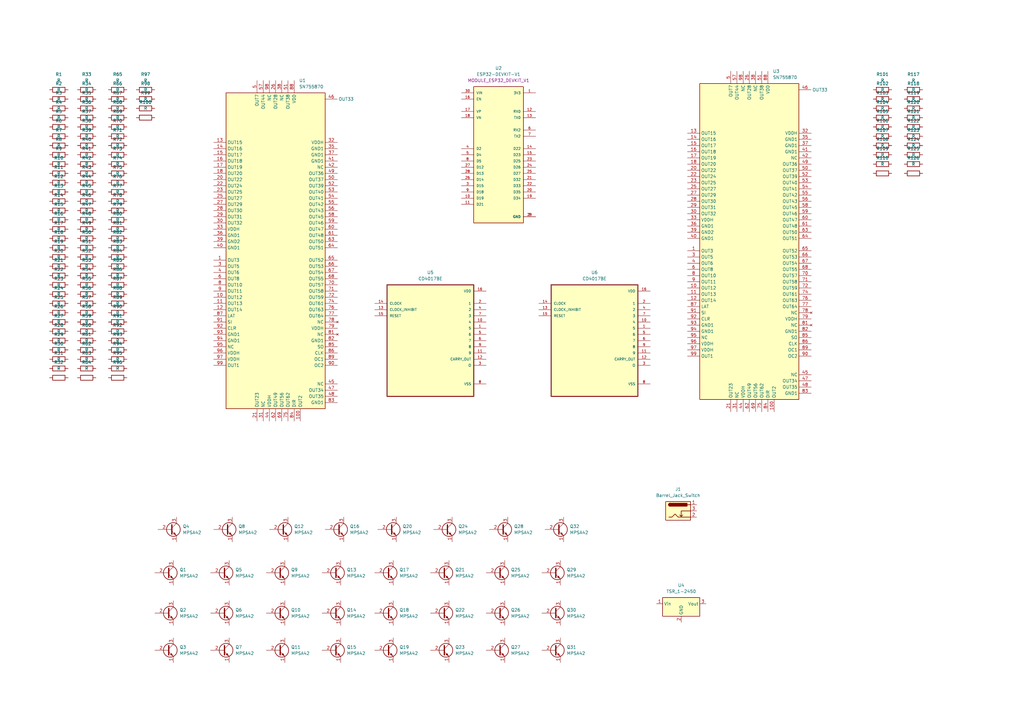
<source format=kicad_sch>
(kicad_sch (version 20211123) (generator eeschema)
  (paper "A3")
  (symbol (lib_id "Transistor_BJT:MPSA42") (at 227.33 266.7 0) (unit 1)
    (property "Reference" "Q31" (at 232.41 265.4299 0) (effects (justify left)))
    (property "Value" "MPSA42" (at 232.41 267.9699 0) (effects (justify left)))
    (property "Footprint" "Package_TO_SOT_THT:TO-92_Inline" (effects hide))
    (property "Datasheet" "http://www.onsemi.com/pub_link/Collateral/MPSA42-D.PDF" (effects hide))
  )
  (symbol (lib_id "Device:R") (at 35.56 105.41 90) (unit 1)
    (property "Reference" "R51" (at 35.56 99.06 90))
    (property "Value" "R" (at 35.56 101.6 90))
    (property "Footprint" "Resistor_SMD:R_0201_0603Metric_Pad0.64x0.40mm_HandSolder" (effects hide))
  )
  (symbol (lib_id "Device:R") (at 361.95 71.12 90) (unit 1)
    (property "Reference" "R110" (at 361.95 64.77 90))
    (property "Value" "R" (at 361.95 67.31 90))
    (property "Footprint" "Resistor_THT:R_Axial_DIN0207_L6.3mm_D2.5mm_P7.62mm_Horizontal" (effects hide))
  )
  (symbol (lib_id "Device:R") (at 48.26 63.5 90) (unit 1)
    (property "Reference" "R72" (at 48.26 57.15 90))
    (property "Value" "R" (at 48.26 59.69 90))
    (property "Footprint" "Resistor_SMD:R_0201_0603Metric_Pad0.64x0.40mm_HandSolder" (effects hide))
  )
  (symbol (lib_id "Device:R") (at 35.56 52.07 90) (unit 1)
    (property "Reference" "R37" (at 35.56 45.72 90))
    (property "Value" "R" (at 35.56 48.26 90))
    (property "Footprint" "Resistor_SMD:R_0201_0603Metric_Pad0.64x0.40mm_HandSolder" (effects hide))
  )
  (symbol (lib_id "Transistor_BJT:MPSA42") (at 137.16 266.7 0) (unit 1)
    (property "Reference" "Q15" (at 142.24 265.4299 0) (effects (justify left)))
    (property "Value" "MPSA42" (at 142.24 267.9699 0) (effects (justify left)))
    (property "Footprint" "Package_TO_SOT_THT:TO-92_Inline" (effects hide))
    (property "Datasheet" "http://www.onsemi.com/pub_link/Collateral/MPSA42-D.PDF" (effects hide))
  )
  (symbol (lib_id "Device:R") (at 35.56 93.98 90) (unit 1)
    (property "Reference" "R48" (at 35.56 87.63 90))
    (property "Value" "R" (at 35.56 90.17 90))
    (property "Footprint" "Resistor_SMD:R_0201_0603Metric_Pad0.64x0.40mm_HandSolder" (effects hide))
  )
  (symbol (lib_id "Device:R") (at 24.13 116.84 90) (unit 1)
    (property "Reference" "R22" (at 24.13 110.49 90))
    (property "Value" "R" (at 24.13 113.03 90))
    (property "Footprint" "Resistor_SMD:R_0201_0603Metric_Pad0.64x0.40mm_HandSolder" (effects hide))
  )
  (symbol (lib_id "Device:R") (at 48.26 59.69 90) (unit 1)
    (property "Reference" "R71" (at 48.26 53.34 90))
    (property "Value" "R" (at 48.26 55.88 90))
    (property "Footprint" "Resistor_SMD:R_0201_0603Metric_Pad0.64x0.40mm_HandSolder" (effects hide))
  )
  (symbol (lib_id "Device:R") (at 374.65 55.88 90) (unit 1)
    (property "Reference" "R122" (at 374.65 49.53 90))
    (property "Value" "R" (at 374.65 52.07 90))
    (property "Footprint" "Resistor_THT:R_Axial_DIN0207_L6.3mm_D2.5mm_P7.62mm_Horizontal" (effects hide))
  )
  (symbol (lib_id "Device:R") (at 48.26 128.27 90) (unit 1)
    (property "Reference" "R89" (at 48.26 121.92 90))
    (property "Value" "R" (at 48.26 124.46 90))
    (property "Footprint" "Resistor_SMD:R_0201_0603Metric_Pad0.64x0.40mm_HandSolder" (effects hide))
  )
  (symbol (lib_id "Device:R") (at 35.56 135.89 90) (unit 1)
    (property "Reference" "R59" (at 35.56 129.54 90))
    (property "Value" "R" (at 35.56 132.08 90))
    (property "Footprint" "Resistor_SMD:R_0201_0603Metric_Pad0.64x0.40mm_HandSolder" (effects hide))
  )
  (symbol (lib_id "Device:R") (at 361.95 63.5 90) (unit 1)
    (property "Reference" "R108" (at 361.95 57.15 90))
    (property "Value" "R" (at 361.95 59.69 90))
    (property "Footprint" "Resistor_THT:R_Axial_DIN0207_L6.3mm_D2.5mm_P7.62mm_Horizontal" (effects hide))
  )
  (symbol (lib_id "Transistor_BJT:MPSA42") (at 204.47 251.46 0) (unit 1)
    (property "Reference" "Q26" (at 209.55 250.1899 0) (effects (justify left)))
    (property "Value" "MPSA42" (at 209.55 252.7299 0) (effects (justify left)))
    (property "Footprint" "Package_TO_SOT_THT:TO-92_Inline" (effects hide))
    (property "Datasheet" "http://www.onsemi.com/pub_link/Collateral/MPSA42-D.PDF" (effects hide))
  )
  (symbol (lib_id "Device:R") (at 24.13 97.79 90) (unit 1)
    (property "Reference" "R17" (at 24.13 91.44 90))
    (property "Value" "R" (at 24.13 93.98 90))
    (property "Footprint" "Resistor_SMD:R_0201_0603Metric_Pad0.64x0.40mm_HandSolder" (effects hide))
  )
  (symbol (lib_id "Device:R") (at 35.56 97.79 90) (unit 1)
    (property "Reference" "R49" (at 35.56 91.44 90))
    (property "Value" "R" (at 35.56 93.98 90))
    (property "Footprint" "Resistor_SMD:R_0201_0603Metric_Pad0.64x0.40mm_HandSolder" (effects hide))
  )
  (symbol (lib_id "Device:R") (at 24.13 90.17 90) (unit 1)
    (property "Reference" "R15" (at 24.13 83.82 90))
    (property "Value" "R" (at 24.13 86.36 90))
    (property "Footprint" "Resistor_SMD:R_0201_0603Metric_Pad0.64x0.40mm_HandSolder" (effects hide))
  )
  (symbol (lib_id "Transistor_BJT:MPSA42") (at 227.33 251.46 0) (unit 1)
    (property "Reference" "Q30" (at 232.41 250.1899 0) (effects (justify left)))
    (property "Value" "MPSA42" (at 232.41 252.7299 0) (effects (justify left)))
    (property "Footprint" "Package_TO_SOT_THT:TO-92_Inline" (effects hide))
    (property "Datasheet" "http://www.onsemi.com/pub_link/Collateral/MPSA42-D.PDF" (effects hide))
  )
  (symbol (lib_id "Device:R") (at 374.65 52.07 90) (unit 1)
    (property "Reference" "R121" (at 374.65 45.72 90))
    (property "Value" "R" (at 374.65 48.26 90))
    (property "Footprint" "Resistor_THT:R_Axial_DIN0207_L6.3mm_D2.5mm_P7.62mm_Horizontal" (effects hide))
  )
  (symbol (lib_id "Device:R") (at 35.56 113.03 90) (unit 1)
    (property "Reference" "R53" (at 35.56 106.68 90))
    (property "Value" "R" (at 35.56 109.22 90))
    (property "Footprint" "Resistor_SMD:R_0201_0603Metric_Pad0.64x0.40mm_HandSolder" (effects hide))
  )
  (symbol (lib_id "CD4017BE:CD4017BE") (at 176.53 139.7 0) (unit 1)
    (property "Reference" "U5" (at 176.53 111.76 0))
    (property "Value" "CD4017BE" (at 176.53 114.3 0))
    (property "Footprint" "DIP794W45P254L1969H508Q16" (effects hide))
  )
  (symbol (lib_id "Transistor_BJT:MPSA42") (at 137.16 234.95 0) (unit 1)
    (property "Reference" "Q13" (at 142.24 233.6799 0) (effects (justify left)))
    (property "Value" "MPSA42" (at 142.24 236.2199 0) (effects (justify left)))
    (property "Footprint" "Package_TO_SOT_THT:TO-92_Inline" (effects hide))
    (property "Datasheet" "http://www.onsemi.com/pub_link/Collateral/MPSA42-D.PDF" (effects hide))
  )
  (symbol (lib_id "Transistor_BJT:MPSA42") (at 182.88 217.17 0) (unit 1)
    (property "Reference" "Q24" (at 187.96 215.8999 0) (effects (justify left)))
    (property "Value" "MPSA42" (at 187.96 218.4399 0) (effects (justify left)))
    (property "Footprint" "Package_TO_SOT_THT:TO-92_Inline" (effects hide))
    (property "Datasheet" "http://www.onsemi.com/pub_link/Collateral/MPSA42-D.PDF" (effects hide))
  )
  (symbol (lib_id "Device:R") (at 24.13 135.89 90) (unit 1)
    (property "Reference" "R27" (at 24.13 129.54 90))
    (property "Value" "R" (at 24.13 132.08 90))
    (property "Footprint" "Resistor_SMD:R_0201_0603Metric_Pad0.64x0.40mm_HandSolder" (effects hide))
  )
  (symbol (lib_id "Device:R") (at 59.69 44.45 90) (unit 1)
    (property "Reference" "R99" (at 59.69 38.1 90))
    (property "Value" "R" (at 59.69 40.64 90))
    (property "Footprint" "Resistor_SMD:R_0201_0603Metric_Pad0.64x0.40mm_HandSolder" (effects hide))
  )
  (symbol (lib_id "Device:R") (at 35.56 154.94 90) (unit 1)
    (property "Reference" "R64" (at 35.56 148.59 90))
    (property "Value" "R" (at 35.56 151.13 90))
    (property "Footprint" "Resistor_SMD:R_0201_0603Metric_Pad0.64x0.40mm_HandSolder" (effects hide))
  )
  (symbol (lib_id "Device:R") (at 35.56 67.31 90) (unit 1)
    (property "Reference" "R41" (at 35.56 60.96 90))
    (property "Value" "R" (at 35.56 63.5 90))
    (property "Footprint" "Resistor_SMD:R_0201_0603Metric_Pad0.64x0.40mm_HandSolder" (effects hide))
  )
  (symbol (lib_id "Device:R") (at 24.13 59.69 90) (unit 1)
    (property "Reference" "R7" (at 24.13 53.34 90))
    (property "Value" "R" (at 24.13 55.88 90))
    (property "Footprint" "Resistor_SMD:R_0201_0603Metric_Pad0.64x0.40mm_HandSolder" (effects hide))
  )
  (symbol (lib_id "Transistor_BJT:MPSA42") (at 158.75 251.46 0) (unit 1)
    (property "Reference" "Q18" (at 163.83 250.1899 0) (effects (justify left)))
    (property "Value" "MPSA42" (at 163.83 252.7299 0) (effects (justify left)))
    (property "Footprint" "Package_TO_SOT_THT:TO-92_Inline" (effects hide))
    (property "Datasheet" "http://www.onsemi.com/pub_link/Collateral/MPSA42-D.PDF" (effects hide))
  )
  (symbol (lib_id "Device:R") (at 35.56 128.27 90) (unit 1)
    (property "Reference" "R57" (at 35.56 121.92 90))
    (property "Value" "R" (at 35.56 124.46 90))
    (property "Footprint" "Resistor_SMD:R_0201_0603Metric_Pad0.64x0.40mm_HandSolder" (effects hide))
  )
  (symbol (lib_id "Device:R") (at 48.26 154.94 90) (unit 1)
    (property "Reference" "R96" (at 48.26 148.59 90))
    (property "Value" "R" (at 48.26 151.13 90))
    (property "Footprint" "Resistor_SMD:R_0201_0603Metric_Pad0.64x0.40mm_HandSolder" (effects hide))
  )
  (symbol (lib_id "Device:R") (at 24.13 124.46 90) (unit 1)
    (property "Reference" "R24" (at 24.13 118.11 90))
    (property "Value" "R" (at 24.13 120.65 90))
    (property "Footprint" "Resistor_SMD:R_0201_0603Metric_Pad0.64x0.40mm_HandSolder" (effects hide))
  )
  (symbol (lib_id "Transistor_BJT:MPSA42") (at 114.3 234.95 0) (unit 1)
    (property "Reference" "Q9" (at 119.38 233.6799 0) (effects (justify left)))
    (property "Value" "MPSA42" (at 119.38 236.2199 0) (effects (justify left)))
    (property "Footprint" "Package_TO_SOT_THT:TO-92_Inline" (effects hide))
    (property "Datasheet" "http://www.onsemi.com/pub_link/Collateral/MPSA42-D.PDF" (effects hide))
  )
  (symbol (lib_id "Device:R") (at 48.26 40.64 90) (unit 1)
    (property "Reference" "R66" (at 48.26 34.29 90))
    (property "Value" "R" (at 48.26 36.83 90))
    (property "Footprint" "Resistor_SMD:R_0201_0603Metric_Pad0.64x0.40mm_HandSolder" (effects hide))
  )
  (symbol (lib_id "Device:R") (at 35.56 44.45 90) (unit 1)
    (property "Reference" "R35" (at 35.56 38.1 90))
    (property "Value" "R" (at 35.56 40.64 90))
    (property "Footprint" "Resistor_SMD:R_0201_0603Metric_Pad0.64x0.40mm_HandSolder" (effects hide))
  )
  (symbol (lib_id "Transistor_BJT:MPSA42") (at 91.44 266.7 0) (unit 1)
    (property "Reference" "Q7" (at 96.52 265.4299 0) (effects (justify left)))
    (property "Value" "MPSA42" (at 96.52 267.9699 0) (effects (justify left)))
    (property "Footprint" "Package_TO_SOT_THT:TO-92_Inline" (effects hide))
    (property "Datasheet" "http://www.onsemi.com/pub_link/Collateral/MPSA42-D.PDF" (effects hide))
  )
  (symbol (lib_id "Device:R") (at 48.26 135.89 90) (unit 1)
    (property "Reference" "R91" (at 48.26 129.54 90))
    (property "Value" "R" (at 48.26 132.08 90))
    (property "Footprint" "Resistor_SMD:R_0201_0603Metric_Pad0.64x0.40mm_HandSolder" (effects hide))
  )
  (symbol (lib_id "Transistor_BJT:MPSA42") (at 158.75 234.95 0) (unit 1)
    (property "Reference" "Q17" (at 163.83 233.6799 0) (effects (justify left)))
    (property "Value" "MPSA42" (at 163.83 236.2199 0) (effects (justify left)))
    (property "Footprint" "Package_TO_SOT_THT:TO-92_Inline" (effects hide))
    (property "Datasheet" "http://www.onsemi.com/pub_link/Collateral/MPSA42-D.PDF" (effects hide))
  )
  (symbol (lib_id "Transistor_BJT:MPSA42") (at 158.75 266.7 0) (unit 1)
    (property "Reference" "Q19" (at 163.83 265.4299 0) (effects (justify left)))
    (property "Value" "MPSA42" (at 163.83 267.9699 0) (effects (justify left)))
    (property "Footprint" "Package_TO_SOT_THT:TO-92_Inline" (effects hide))
    (property "Datasheet" "http://www.onsemi.com/pub_link/Collateral/MPSA42-D.PDF" (effects hide))
  )
  (symbol (lib_id "Device:R") (at 374.65 67.31 90) (unit 1)
    (property "Reference" "R125" (at 374.65 60.96 90))
    (property "Value" "R" (at 374.65 63.5 90))
    (property "Footprint" "Resistor_THT:R_Axial_DIN0207_L6.3mm_D2.5mm_P7.62mm_Horizontal" (effects hide))
  )
  (symbol (lib_id "Device:R") (at 24.13 78.74 90) (unit 1)
    (property "Reference" "R12" (at 24.13 72.39 90))
    (property "Value" "R" (at 24.13 74.93 90))
    (property "Footprint" "Resistor_SMD:R_0201_0603Metric_Pad0.64x0.40mm_HandSolder" (effects hide))
  )
  (symbol (lib_id "Device:R") (at 24.13 63.5 90) (unit 1)
    (property "Reference" "R8" (at 24.13 57.15 90))
    (property "Value" "R" (at 24.13 59.69 90))
    (property "Footprint" "Resistor_SMD:R_0201_0603Metric_Pad0.64x0.40mm_HandSolder" (effects hide))
  )
  (symbol (lib_id "Transistor_BJT:MPSA42") (at 114.3 266.7 0) (unit 1)
    (property "Reference" "Q11" (at 119.38 265.4299 0) (effects (justify left)))
    (property "Value" "MPSA42" (at 119.38 267.9699 0) (effects (justify left)))
    (property "Footprint" "Package_TO_SOT_THT:TO-92_Inline" (effects hide))
    (property "Datasheet" "http://www.onsemi.com/pub_link/Collateral/MPSA42-D.PDF" (effects hide))
  )
  (symbol (lib_id "Device:R") (at 24.13 151.13 90) (unit 1)
    (property "Reference" "R31" (at 24.13 144.78 90))
    (property "Value" "R" (at 24.13 147.32 90))
    (property "Footprint" "Resistor_SMD:R_0201_0603Metric_Pad0.64x0.40mm_HandSolder" (effects hide))
  )
  (symbol (lib_id "Device:R") (at 24.13 40.64 90) (unit 1)
    (property "Reference" "R2" (at 24.13 34.29 90))
    (property "Value" "R" (at 24.13 36.83 90))
    (property "Footprint" "Resistor_SMD:R_0201_0603Metric_Pad0.64x0.40mm_HandSolder" (effects hide))
  )
  (symbol (lib_id "Device:R") (at 35.56 40.64 90) (unit 1)
    (property "Reference" "R34" (at 35.56 34.29 90))
    (property "Value" "R" (at 35.56 36.83 90))
    (property "Footprint" "Resistor_SMD:R_0201_0603Metric_Pad0.64x0.40mm_HandSolder" (effects hide))
  )
  (symbol (lib_id "Transistor_BJT:MPSA42") (at 92.71 217.17 0) (unit 1)
    (property "Reference" "Q8" (at 97.79 215.8999 0) (effects (justify left)))
    (property "Value" "MPSA42" (at 97.79 218.4399 0) (effects (justify left)))
    (property "Footprint" "Package_TO_SOT_THT:TO-92_Inline" (effects hide))
    (property "Datasheet" "http://www.onsemi.com/pub_link/Collateral/MPSA42-D.PDF" (effects hide))
  )
  (symbol (lib_id "Transistor_BJT:MPSA42") (at 227.33 234.95 0) (unit 1)
    (property "Reference" "Q29" (at 232.41 233.6799 0) (effects (justify left)))
    (property "Value" "MPSA42" (at 232.41 236.2199 0) (effects (justify left)))
    (property "Footprint" "Package_TO_SOT_THT:TO-92_Inline" (effects hide))
    (property "Datasheet" "http://www.onsemi.com/pub_link/Collateral/MPSA42-D.PDF" (effects hide))
  )
  (symbol (lib_id "Device:R") (at 35.56 151.13 90) (unit 1)
    (property "Reference" "R63" (at 35.56 144.78 90))
    (property "Value" "R" (at 35.56 147.32 90))
    (property "Footprint" "Resistor_SMD:R_0201_0603Metric_Pad0.64x0.40mm_HandSolder" (effects hide))
  )
  (symbol (lib_id "Device:R") (at 24.13 113.03 90) (unit 1)
    (property "Reference" "R21" (at 24.13 106.68 90))
    (property "Value" "R" (at 24.13 109.22 90))
    (property "Footprint" "Resistor_SMD:R_0201_0603Metric_Pad0.64x0.40mm_HandSolder" (effects hide))
  )
  (symbol (lib_id "Device:R") (at 48.26 90.17 90) (unit 1)
    (property "Reference" "R79" (at 48.26 83.82 90))
    (property "Value" "R" (at 48.26 86.36 90))
    (property "Footprint" "Resistor_SMD:R_0201_0603Metric_Pad0.64x0.40mm_HandSolder" (effects hide))
  )
  (symbol (lib_id "Device:R") (at 48.26 124.46 90) (unit 1)
    (property "Reference" "R88" (at 48.26 118.11 90))
    (property "Value" "R" (at 48.26 120.65 90))
    (property "Footprint" "Resistor_SMD:R_0201_0603Metric_Pad0.64x0.40mm_HandSolder" (effects hide))
  )
  (symbol (lib_id "Device:R") (at 24.13 86.36 90) (unit 1)
    (property "Reference" "R14" (at 24.13 80.01 90))
    (property "Value" "R" (at 24.13 82.55 90))
    (property "Footprint" "Resistor_SMD:R_0201_0603Metric_Pad0.64x0.40mm_HandSolder" (effects hide))
  )
  (symbol (lib_id "Device:R") (at 35.56 36.83 90) (unit 1)
    (property "Reference" "R33" (at 35.56 30.48 90))
    (property "Value" "R" (at 35.56 33.02 90))
    (property "Footprint" "Resistor_SMD:R_0201_0603Metric_Pad0.64x0.40mm_HandSolder" (effects hide))
  )
  (symbol (lib_id "Device:R") (at 24.13 139.7 90) (unit 1)
    (property "Reference" "R28" (at 24.13 133.35 90))
    (property "Value" "R" (at 24.13 135.89 90))
    (property "Footprint" "Resistor_SMD:R_0201_0603Metric_Pad0.64x0.40mm_HandSolder" (effects hide))
  )
  (symbol (lib_id "Transistor_BJT:MPSA42") (at 115.57 217.17 0) (unit 1)
    (property "Reference" "Q12" (at 120.65 215.8999 0) (effects (justify left)))
    (property "Value" "MPSA42" (at 120.65 218.4399 0) (effects (justify left)))
    (property "Footprint" "Package_TO_SOT_THT:TO-92_Inline" (effects hide))
    (property "Datasheet" "http://www.onsemi.com/pub_link/Collateral/MPSA42-D.PDF" (effects hide))
  )
  (symbol (lib_id "Device:R") (at 361.95 44.45 90) (unit 1)
    (property "Reference" "R103" (at 361.95 38.1 90))
    (property "Value" "R" (at 361.95 40.64 90))
    (property "Footprint" "Resistor_THT:R_Axial_DIN0207_L6.3mm_D2.5mm_P7.62mm_Horizontal" (effects hide))
  )
  (symbol (lib_id "Device:R") (at 35.56 59.69 90) (unit 1)
    (property "Reference" "R39" (at 35.56 53.34 90))
    (property "Value" "R" (at 35.56 55.88 90))
    (property "Footprint" "Resistor_SMD:R_0201_0603Metric_Pad0.64x0.40mm_HandSolder" (effects hide))
  )
  (symbol (lib_id "Device:R") (at 35.56 124.46 90) (unit 1)
    (property "Reference" "R56" (at 35.56 118.11 90))
    (property "Value" "R" (at 35.56 120.65 90))
    (property "Footprint" "Resistor_SMD:R_0201_0603Metric_Pad0.64x0.40mm_HandSolder" (effects hide))
  )
  (symbol (lib_id "Device:R") (at 35.56 120.65 90) (unit 1)
    (property "Reference" "R55" (at 35.56 114.3 90))
    (property "Value" "R" (at 35.56 116.84 90))
    (property "Footprint" "Resistor_SMD:R_0201_0603Metric_Pad0.64x0.40mm_HandSolder" (effects hide))
  )
  (symbol (lib_id "Device:R") (at 35.56 116.84 90) (unit 1)
    (property "Reference" "R54" (at 35.56 110.49 90))
    (property "Value" "R" (at 35.56 113.03 90))
    (property "Footprint" "Resistor_SMD:R_0201_0603Metric_Pad0.64x0.40mm_HandSolder" (effects hide))
  )
  (symbol (lib_id "Device:R") (at 35.56 143.51 90) (unit 1)
    (property "Reference" "R61" (at 35.56 137.16 90))
    (property "Value" "R" (at 35.56 139.7 90))
    (property "Footprint" "Resistor_SMD:R_0201_0603Metric_Pad0.64x0.40mm_HandSolder" (effects hide))
  )
  (symbol (lib_id "Device:R") (at 374.65 48.26 90) (unit 1)
    (property "Reference" "R120" (at 374.65 41.91 90))
    (property "Value" "R" (at 374.65 44.45 90))
    (property "Footprint" "Resistor_THT:R_Axial_DIN0207_L6.3mm_D2.5mm_P7.62mm_Horizontal" (effects hide))
  )
  (symbol (lib_id "Device:R") (at 24.13 143.51 90) (unit 1)
    (property "Reference" "R29" (at 24.13 137.16 90))
    (property "Value" "R" (at 24.13 139.7 90))
    (property "Footprint" "Resistor_SMD:R_0201_0603Metric_Pad0.64x0.40mm_HandSolder" (effects hide))
  )
  (symbol (lib_id "Device:R") (at 24.13 44.45 90) (unit 1)
    (property "Reference" "R3" (at 24.13 38.1 90))
    (property "Value" "R" (at 24.13 40.64 90))
    (property "Footprint" "Resistor_SMD:R_0201_0603Metric_Pad0.64x0.40mm_HandSolder" (effects hide))
  )
  (symbol (lib_id "Device:R") (at 24.13 101.6 90) (unit 1)
    (property "Reference" "R18" (at 24.13 95.25 90))
    (property "Value" "R" (at 24.13 97.79 90))
    (property "Footprint" "Resistor_SMD:R_0201_0603Metric_Pad0.64x0.40mm_HandSolder" (effects hide))
  )
  (symbol (lib_id "Device:R") (at 48.26 71.12 90) (unit 1)
    (property "Reference" "R74" (at 48.26 64.77 90))
    (property "Value" "R" (at 48.26 67.31 90))
    (property "Footprint" "Resistor_SMD:R_0201_0603Metric_Pad0.64x0.40mm_HandSolder" (effects hide))
  )
  (symbol (lib_id "Connector:Barrel_Jack_Switch") (at 278.13 209.55 0) (unit 1)
    (property "Reference" "J1" (at 278.13 200.66 0))
    (property "Value" "Barrel_Jack_Switch" (at 278.13 203.2 0))
    (property "Footprint" "Connector_BarrelJack:BarrelJack_Horizontal" (effects hide))
  )
  (symbol (lib_id "Device:R") (at 374.65 44.45 90) (unit 1)
    (property "Reference" "R119" (at 374.65 38.1 90))
    (property "Value" "R" (at 374.65 40.64 90))
    (property "Footprint" "Resistor_THT:R_Axial_DIN0207_L6.3mm_D2.5mm_P7.62mm_Horizontal" (effects hide))
  )
  (symbol (lib_id "Device:R") (at 48.26 97.79 90) (unit 1)
    (property "Reference" "R81" (at 48.26 91.44 90))
    (property "Value" "R" (at 48.26 93.98 90))
    (property "Footprint" "Resistor_SMD:R_0201_0603Metric_Pad0.64x0.40mm_HandSolder" (effects hide))
  )
  (symbol (lib_id "Device:R") (at 48.26 147.32 90) (unit 1)
    (property "Reference" "R94" (at 48.26 140.97 90))
    (property "Value" "R" (at 48.26 143.51 90))
    (property "Footprint" "Resistor_SMD:R_0201_0603Metric_Pad0.64x0.40mm_HandSolder" (effects hide))
  )
  (symbol (lib_id "Device:R") (at 59.69 36.83 90) (unit 1)
    (property "Reference" "R97" (at 59.69 30.48 90))
    (property "Value" "R" (at 59.69 33.02 90))
    (property "Footprint" "Resistor_SMD:R_0201_0603Metric_Pad0.64x0.40mm_HandSolder" (effects hide))
  )
  (symbol (lib_id "Transistor_BJT:MPSA42") (at 137.16 251.46 0) (unit 1)
    (property "Reference" "Q14" (at 142.24 250.1899 0) (effects (justify left)))
    (property "Value" "MPSA42" (at 142.24 252.7299 0) (effects (justify left)))
    (property "Footprint" "Package_TO_SOT_THT:TO-92_Inline" (effects hide))
    (property "Datasheet" "http://www.onsemi.com/pub_link/Collateral/MPSA42-D.PDF" (effects hide))
  )
  (symbol (lib_id "Transistor_BJT:MPSA42") (at 68.58 251.46 0) (unit 1)
    (property "Reference" "Q2" (at 73.66 250.1899 0) (effects (justify left)))
    (property "Value" "MPSA42" (at 73.66 252.7299 0) (effects (justify left)))
    (property "Footprint" "Package_TO_SOT_THT:TO-92_Inline" (effects hide))
    (property "Datasheet" "http://www.onsemi.com/pub_link/Collateral/MPSA42-D.PDF" (effects hide))
  )
  (symbol (lib_id "Device:R") (at 48.26 101.6 90) (unit 1)
    (property "Reference" "R82" (at 48.26 95.25 90))
    (property "Value" "R" (at 48.26 97.79 90))
    (property "Footprint" "Resistor_SMD:R_0201_0603Metric_Pad0.64x0.40mm_HandSolder" (effects hide))
  )
  (symbol (lib_id "Device:R") (at 24.13 71.12 90) (unit 1)
    (property "Reference" "R10" (at 24.13 64.77 90))
    (property "Value" "R" (at 24.13 67.31 90))
    (property "Footprint" "Resistor_SMD:R_0201_0603Metric_Pad0.64x0.40mm_HandSolder" (effects hide))
  )
  (symbol (lib_id "Device:R") (at 35.56 132.08 90) (unit 1)
    (property "Reference" "R58" (at 35.56 125.73 90))
    (property "Value" "R" (at 35.56 128.27 90))
    (property "Footprint" "Resistor_SMD:R_0201_0603Metric_Pad0.64x0.40mm_HandSolder" (effects hide))
  )
  (symbol (lib_id "Transistor_BJT:MPSA42") (at 68.58 234.95 0) (unit 1)
    (property "Reference" "Q1" (at 73.66 233.6799 0) (effects (justify left)))
    (property "Value" "MPSA42" (at 73.66 236.2199 0) (effects (justify left)))
    (property "Footprint" "Package_TO_SOT_THT:TO-92_Inline" (effects hide))
    (property "Datasheet" "http://www.onsemi.com/pub_link/Collateral/MPSA42-D.PDF" (effects hide))
  )
  (symbol (lib_id "Device:R") (at 24.13 82.55 90) (unit 1)
    (property "Reference" "R13" (at 24.13 76.2 90))
    (property "Value" "R" (at 24.13 78.74 90))
    (property "Footprint" "Resistor_SMD:R_0201_0603Metric_Pad0.64x0.40mm_HandSolder" (effects hide))
  )
  (symbol (lib_id "Device:R") (at 35.56 86.36 90) (unit 1)
    (property "Reference" "R46" (at 35.56 80.01 90))
    (property "Value" "R" (at 35.56 82.55 90))
    (property "Footprint" "Resistor_SMD:R_0201_0603Metric_Pad0.64x0.40mm_HandSolder" (effects hide))
  )
  (symbol (lib_id "Device:R") (at 24.13 48.26 90) (unit 1)
    (property "Reference" "R4" (at 24.13 41.91 90))
    (property "Value" "R" (at 24.13 44.45 90))
    (property "Footprint" "Resistor_SMD:R_0201_0603Metric_Pad0.64x0.40mm_HandSolder" (effects hide))
  )
  (symbol (lib_id "Device:R") (at 24.13 67.31 90) (unit 1)
    (property "Reference" "R9" (at 24.13 60.96 90))
    (property "Value" "R" (at 24.13 63.5 90))
    (property "Footprint" "Resistor_SMD:R_0201_0603Metric_Pad0.64x0.40mm_HandSolder" (effects hide))
  )
  (symbol (lib_id "Transistor_BJT:MPSA42") (at 181.61 234.95 0) (unit 1)
    (property "Reference" "Q21" (at 186.69 233.6799 0) (effects (justify left)))
    (property "Value" "MPSA42" (at 186.69 236.2199 0) (effects (justify left)))
    (property "Footprint" "Package_TO_SOT_THT:TO-92_Inline" (effects hide))
    (property "Datasheet" "http://www.onsemi.com/pub_link/Collateral/MPSA42-D.PDF" (effects hide))
  )
  (symbol (lib_id "Device:R") (at 361.95 52.07 90) (unit 1)
    (property "Reference" "R105" (at 361.95 45.72 90))
    (property "Value" "R" (at 361.95 48.26 90))
    (property "Footprint" "Resistor_THT:R_Axial_DIN0207_L6.3mm_D2.5mm_P7.62mm_Horizontal" (effects hide))
  )
  (symbol (lib_id "Transistor_BJT:MPSA42") (at 91.44 251.46 0) (unit 1)
    (property "Reference" "Q6" (at 96.52 250.1899 0) (effects (justify left)))
    (property "Value" "MPSA42" (at 96.52 252.7299 0) (effects (justify left)))
    (property "Footprint" "Package_TO_SOT_THT:TO-92_Inline" (effects hide))
    (property "Datasheet" "http://www.onsemi.com/pub_link/Collateral/MPSA42-D.PDF" (effects hide))
  )
  (symbol (lib_id "Device:R") (at 361.95 36.83 90) (unit 1)
    (property "Reference" "R101" (at 361.95 30.48 90))
    (property "Value" "R" (at 361.95 33.02 90))
    (property "Footprint" "Resistor_THT:R_Axial_DIN0207_L6.3mm_D2.5mm_P7.62mm_Horizontal" (effects hide))
  )
  (symbol (lib_id "Regulator_Switching:TSR_1-2450") (at 279.4 250.19 0) (unit 1)
    (property "Reference" "U4" (at 279.4 240.03 0))
    (property "Value" "TSR_1-2450" (at 279.4 242.57 0))
    (property "Footprint" "Converter_DCDC:Converter_DCDC_TRACO_TSR-1_THT" (effects hide))
    (property "Datasheet" "http://www.tracopower.com/products/tsr1.pdf" (effects hide))
  )
  (symbol (lib_id "Device:R") (at 361.95 48.26 90) (unit 1)
    (property "Reference" "R104" (at 361.95 41.91 90))
    (property "Value" "R" (at 361.95 44.45 90))
    (property "Footprint" "Resistor_THT:R_Axial_DIN0207_L6.3mm_D2.5mm_P7.62mm_Horizontal" (effects hide))
  )
  (symbol (lib_id "Transistor_Array:SN755870") (at 307.34 97.79 0) (unit 1)
    (property "Reference" "U3" (at 316.9794 29.21 0) (effects (justify left)))
    (property "Value" "SN755870" (at 316.9794 31.75 0) (effects (justify left)))
    (property "Footprint" "Package_QFP:TQFP-100_14x14mm_P0.5mm" (effects hide))
    (property "Datasheet" "http://www.xilinx.com/support/documentation/data_sheets/ds057.pdf" (effects hide))
  )
  (symbol (lib_id "Device:R") (at 48.26 109.22 90) (unit 1)
    (property "Reference" "R84" (at 48.26 102.87 90))
    (property "Value" "R" (at 48.26 105.41 90))
    (property "Footprint" "Resistor_SMD:R_0201_0603Metric_Pad0.64x0.40mm_HandSolder" (effects hide))
  )
  (symbol (lib_id "Transistor_BJT:MPSA42") (at 205.74 217.17 0) (unit 1)
    (property "Reference" "Q28" (at 210.82 215.8999 0) (effects (justify left)))
    (property "Value" "MPSA42" (at 210.82 218.4399 0) (effects (justify left)))
    (property "Footprint" "Package_TO_SOT_THT:TO-92_Inline" (effects hide))
    (property "Datasheet" "http://www.onsemi.com/pub_link/Collateral/MPSA42-D.PDF" (effects hide))
  )
  (symbol (lib_id "Transistor_Array:SN755870") (at 113.03 101.6 0) (unit 1)
    (property "Reference" "U1" (at 122.6694 33.02 0) (effects (justify left)))
    (property "Value" "SN755870" (at 122.6694 35.56 0) (effects (justify left)))
    (property "Footprint" "Package_QFP:TQFP-100_14x14mm_P0.5mm" (effects hide))
    (property "Datasheet" "http://www.xilinx.com/support/documentation/data_sheets/ds057.pdf" (effects hide))
  )
  (symbol (lib_id "Device:R") (at 48.26 36.83 90) (unit 1)
    (property "Reference" "R65" (at 48.26 30.48 90))
    (property "Value" "R" (at 48.26 33.02 90))
    (property "Footprint" "Resistor_SMD:R_0201_0603Metric_Pad0.64x0.40mm_HandSolder" (effects hide))
  )
  (symbol (lib_id "ESP32-DEVKIT-V1:ESP32-DEVKIT-V1") (at 204.47 63.5 0) (unit 1)
    (property "Reference" "U2" (at 204.47 27.94 0))
    (property "Value" "ESP32-DEVKIT-V1" (at 204.47 30.48 0))
    (property "Footprint" "MODULE_ESP32_DEVKIT_V1" (at 204.47 33.02 0))
    (property "STANDARD" "Manufacturer Recommendations" (effects hide))
    (property "MAXIMUM_PACKAGE_HEIGHT" "6.8 mm" (effects hide))
    (property "MANUFACTURER" "DOIT" (effects hide))
    (property "PARTREV" "N/A" (effects hide))
  )
  (symbol (lib_id "Device:R") (at 24.13 109.22 90) (unit 1)
    (property "Reference" "R20" (at 24.13 102.87 90))
    (property "Value" "R" (at 24.13 105.41 90))
    (property "Footprint" "Resistor_SMD:R_0201_0603Metric_Pad0.64x0.40mm_HandSolder" (effects hide))
  )
  (symbol (lib_id "Transistor_BJT:MPSA42") (at 160.02 217.17 0) (unit 1)
    (property "Reference" "Q20" (at 165.1 215.8999 0) (effects (justify left)))
    (property "Value" "MPSA42" (at 165.1 218.4399 0) (effects (justify left)))
    (property "Footprint" "Package_TO_SOT_THT:TO-92_Inline" (effects hide))
    (property "Datasheet" "http://www.onsemi.com/pub_link/Collateral/MPSA42-D.PDF" (effects hide))
  )
  (symbol (lib_id "Device:R") (at 374.65 40.64 90) (unit 1)
    (property "Reference" "R118" (at 374.65 34.29 90))
    (property "Value" "R" (at 374.65 36.83 90))
    (property "Footprint" "Resistor_THT:R_Axial_DIN0207_L6.3mm_D2.5mm_P7.62mm_Horizontal" (effects hide))
  )
  (symbol (lib_id "Device:R") (at 48.26 139.7 90) (unit 1)
    (property "Reference" "R92" (at 48.26 133.35 90))
    (property "Value" "R" (at 48.26 135.89 90))
    (property "Footprint" "Resistor_SMD:R_0201_0603Metric_Pad0.64x0.40mm_HandSolder" (effects hide))
  )
  (symbol (lib_id "Device:R") (at 48.26 52.07 90) (unit 1)
    (property "Reference" "R69" (at 48.26 45.72 90))
    (property "Value" "R" (at 48.26 48.26 90))
    (property "Footprint" "Resistor_SMD:R_0201_0603Metric_Pad0.64x0.40mm_HandSolder" (effects hide))
  )
  (symbol (lib_id "Device:R") (at 24.13 154.94 90) (unit 1)
    (property "Reference" "R32" (at 24.13 148.59 90))
    (property "Value" "R" (at 24.13 151.13 90))
    (property "Footprint" "Resistor_SMD:R_0201_0603Metric_Pad0.64x0.40mm_HandSolder" (effects hide))
  )
  (symbol (lib_id "Device:R") (at 48.26 151.13 90) (unit 1)
    (property "Reference" "R95" (at 48.26 144.78 90))
    (property "Value" "R" (at 48.26 147.32 90))
    (property "Footprint" "Resistor_SMD:R_0201_0603Metric_Pad0.64x0.40mm_HandSolder" (effects hide))
  )
  (symbol (lib_id "Device:R") (at 48.26 48.26 90) (unit 1)
    (property "Reference" "R68" (at 48.26 41.91 90))
    (property "Value" "R" (at 48.26 44.45 90))
    (property "Footprint" "Resistor_SMD:R_0201_0603Metric_Pad0.64x0.40mm_HandSolder" (effects hide))
  )
  (symbol (lib_id "Device:R") (at 361.95 59.69 90) (unit 1)
    (property "Reference" "R107" (at 361.95 53.34 90))
    (property "Value" "R" (at 361.95 55.88 90))
    (property "Footprint" "Resistor_THT:R_Axial_DIN0207_L6.3mm_D2.5mm_P7.62mm_Horizontal" (effects hide))
  )
  (symbol (lib_id "Device:R") (at 24.13 132.08 90) (unit 1)
    (property "Reference" "R26" (at 24.13 125.73 90))
    (property "Value" "R" (at 24.13 128.27 90))
    (property "Footprint" "Resistor_SMD:R_0201_0603Metric_Pad0.64x0.40mm_HandSolder" (effects hide))
  )
  (symbol (lib_id "Device:R") (at 48.26 74.93 90) (unit 1)
    (property "Reference" "R75" (at 48.26 68.58 90))
    (property "Value" "R" (at 48.26 71.12 90))
    (property "Footprint" "Resistor_SMD:R_0201_0603Metric_Pad0.64x0.40mm_HandSolder" (effects hide))
  )
  (symbol (lib_id "Device:R") (at 35.56 63.5 90) (unit 1)
    (property "Reference" "R40" (at 35.56 57.15 90))
    (property "Value" "R" (at 35.56 59.69 90))
    (property "Footprint" "Resistor_SMD:R_0201_0603Metric_Pad0.64x0.40mm_HandSolder" (effects hide))
  )
  (symbol (lib_id "Device:R") (at 24.13 55.88 90) (unit 1)
    (property "Reference" "R6" (at 24.13 49.53 90))
    (property "Value" "R" (at 24.13 52.07 90))
    (property "Footprint" "Resistor_SMD:R_0201_0603Metric_Pad0.64x0.40mm_HandSolder" (effects hide))
  )
  (symbol (lib_id "Transistor_BJT:MPSA42") (at 181.61 266.7 0) (unit 1)
    (property "Reference" "Q23" (at 186.69 265.4299 0) (effects (justify left)))
    (property "Value" "MPSA42" (at 186.69 267.9699 0) (effects (justify left)))
    (property "Footprint" "Package_TO_SOT_THT:TO-92_Inline" (effects hide))
    (property "Datasheet" "http://www.onsemi.com/pub_link/Collateral/MPSA42-D.PDF" (effects hide))
  )
  (symbol (lib_id "Device:R") (at 24.13 52.07 90) (unit 1)
    (property "Reference" "R5" (at 24.13 45.72 90))
    (property "Value" "R" (at 24.13 48.26 90))
    (property "Footprint" "Resistor_SMD:R_0201_0603Metric_Pad0.64x0.40mm_HandSolder" (effects hide))
  )
  (symbol (lib_id "Transistor_BJT:MPSA42") (at 114.3 251.46 0) (unit 1)
    (property "Reference" "Q10" (at 119.38 250.1899 0) (effects (justify left)))
    (property "Value" "MPSA42" (at 119.38 252.7299 0) (effects (justify left)))
    (property "Footprint" "Package_TO_SOT_THT:TO-92_Inline" (effects hide))
    (property "Datasheet" "http://www.onsemi.com/pub_link/Collateral/MPSA42-D.PDF" (effects hide))
  )
  (symbol (lib_id "Transistor_BJT:MPSA42") (at 68.58 266.7 0) (unit 1)
    (property "Reference" "Q3" (at 73.66 265.4299 0) (effects (justify left)))
    (property "Value" "MPSA42" (at 73.66 267.9699 0) (effects (justify left)))
    (property "Footprint" "Package_TO_SOT_THT:TO-92_Inline" (effects hide))
    (property "Datasheet" "http://www.onsemi.com/pub_link/Collateral/MPSA42-D.PDF" (effects hide))
  )
  (symbol (lib_id "Device:R") (at 59.69 40.64 90) (unit 1)
    (property "Reference" "R98" (at 59.69 34.29 90))
    (property "Value" "R" (at 59.69 36.83 90))
    (property "Footprint" "Resistor_SMD:R_0201_0603Metric_Pad0.64x0.40mm_HandSolder" (effects hide))
  )
  (symbol (lib_id "Device:R") (at 59.69 48.26 90) (unit 1)
    (property "Reference" "R100" (at 59.69 41.91 90))
    (property "Value" "R" (at 59.69 44.45 90))
    (property "Footprint" "Resistor_SMD:R_0201_0603Metric_Pad0.64x0.40mm_HandSolder" (effects hide))
  )
  (symbol (lib_id "Device:R") (at 374.65 59.69 90) (unit 1)
    (property "Reference" "R123" (at 374.65 53.34 90))
    (property "Value" "R" (at 374.65 55.88 90))
    (property "Footprint" "Resistor_THT:R_Axial_DIN0207_L6.3mm_D2.5mm_P7.62mm_Horizontal" (effects hide))
  )
  (symbol (lib_id "Device:R") (at 48.26 78.74 90) (unit 1)
    (property "Reference" "R76" (at 48.26 72.39 90))
    (property "Value" "R" (at 48.26 74.93 90))
    (property "Footprint" "Resistor_SMD:R_0201_0603Metric_Pad0.64x0.40mm_HandSolder" (effects hide))
  )
  (symbol (lib_id "Transistor_BJT:MPSA42") (at 181.61 251.46 0) (unit 1)
    (property "Reference" "Q22" (at 186.69 250.1899 0) (effects (justify left)))
    (property "Value" "MPSA42" (at 186.69 252.7299 0) (effects (justify left)))
    (property "Footprint" "Package_TO_SOT_THT:TO-92_Inline" (effects hide))
    (property "Datasheet" "http://www.onsemi.com/pub_link/Collateral/MPSA42-D.PDF" (effects hide))
  )
  (symbol (lib_id "Device:R") (at 35.56 90.17 90) (unit 1)
    (property "Reference" "R47" (at 35.56 83.82 90))
    (property "Value" "R" (at 35.56 86.36 90))
    (property "Footprint" "Resistor_SMD:R_0201_0603Metric_Pad0.64x0.40mm_HandSolder" (effects hide))
  )
  (symbol (lib_id "Device:R") (at 48.26 93.98 90) (unit 1)
    (property "Reference" "R80" (at 48.26 87.63 90))
    (property "Value" "R" (at 48.26 90.17 90))
    (property "Footprint" "Resistor_SMD:R_0201_0603Metric_Pad0.64x0.40mm_HandSolder" (effects hide))
  )
  (symbol (lib_id "Device:R") (at 35.56 109.22 90) (unit 1)
    (property "Reference" "R52" (at 35.56 102.87 90))
    (property "Value" "R" (at 35.56 105.41 90))
    (property "Footprint" "Resistor_SMD:R_0201_0603Metric_Pad0.64x0.40mm_HandSolder" (effects hide))
  )
  (symbol (lib_id "Device:R") (at 24.13 120.65 90) (unit 1)
    (property "Reference" "R23" (at 24.13 114.3 90))
    (property "Value" "R" (at 24.13 116.84 90))
    (property "Footprint" "Resistor_SMD:R_0201_0603Metric_Pad0.64x0.40mm_HandSolder" (effects hide))
  )
  (symbol (lib_id "Device:R") (at 24.13 36.83 90) (unit 1)
    (property "Reference" "R1" (at 24.13 30.48 90))
    (property "Value" "R" (at 24.13 33.02 90))
    (property "Footprint" "Resistor_SMD:R_0201_0603Metric_Pad0.64x0.40mm_HandSolder" (effects hide))
  )
  (symbol (lib_id "Device:R") (at 374.65 36.83 90) (unit 1)
    (property "Reference" "R117" (at 374.65 30.48 90))
    (property "Value" "R" (at 374.65 33.02 90))
    (property "Footprint" "Resistor_THT:R_Axial_DIN0207_L6.3mm_D2.5mm_P7.62mm_Horizontal" (effects hide))
  )
  (symbol (lib_id "Transistor_BJT:MPSA42") (at 204.47 234.95 0) (unit 1)
    (property "Reference" "Q25" (at 209.55 233.6799 0) (effects (justify left)))
    (property "Value" "MPSA42" (at 209.55 236.2199 0) (effects (justify left)))
    (property "Footprint" "Package_TO_SOT_THT:TO-92_Inline" (effects hide))
    (property "Datasheet" "http://www.onsemi.com/pub_link/Collateral/MPSA42-D.PDF" (effects hide))
  )
  (symbol (lib_id "Device:R") (at 374.65 63.5 90) (unit 1)
    (property "Reference" "R124" (at 374.65 57.15 90))
    (property "Value" "R" (at 374.65 59.69 90))
    (property "Footprint" "Resistor_THT:R_Axial_DIN0207_L6.3mm_D2.5mm_P7.62mm_Horizontal" (effects hide))
  )
  (symbol (lib_id "Device:R") (at 48.26 143.51 90) (unit 1)
    (property "Reference" "R93" (at 48.26 137.16 90))
    (property "Value" "R" (at 48.26 139.7 90))
    (property "Footprint" "Resistor_SMD:R_0201_0603Metric_Pad0.64x0.40mm_HandSolder" (effects hide))
  )
  (symbol (lib_id "Device:R") (at 48.26 132.08 90) (unit 1)
    (property "Reference" "R90" (at 48.26 125.73 90))
    (property "Value" "R" (at 48.26 128.27 90))
    (property "Footprint" "Resistor_SMD:R_0201_0603Metric_Pad0.64x0.40mm_HandSolder" (effects hide))
  )
  (symbol (lib_id "Device:R") (at 24.13 93.98 90) (unit 1)
    (property "Reference" "R16" (at 24.13 87.63 90))
    (property "Value" "R" (at 24.13 90.17 90))
    (property "Footprint" "Resistor_SMD:R_0201_0603Metric_Pad0.64x0.40mm_HandSolder" (effects hide))
  )
  (symbol (lib_id "Device:R") (at 35.56 82.55 90) (unit 1)
    (property "Reference" "R45" (at 35.56 76.2 90))
    (property "Value" "R" (at 35.56 78.74 90))
    (property "Footprint" "Resistor_SMD:R_0201_0603Metric_Pad0.64x0.40mm_HandSolder" (effects hide))
  )
  (symbol (lib_id "Device:R") (at 35.56 78.74 90) (unit 1)
    (property "Reference" "R44" (at 35.56 72.39 90))
    (property "Value" "R" (at 35.56 74.93 90))
    (property "Footprint" "Resistor_SMD:R_0201_0603Metric_Pad0.64x0.40mm_HandSolder" (effects hide))
  )
  (symbol (lib_id "Device:R") (at 361.95 40.64 90) (unit 1)
    (property "Reference" "R102" (at 361.95 34.29 90))
    (property "Value" "R" (at 361.95 36.83 90))
    (property "Footprint" "Resistor_THT:R_Axial_DIN0207_L6.3mm_D2.5mm_P7.62mm_Horizontal" (effects hide))
  )
  (symbol (lib_id "Transistor_BJT:MPSA42") (at 228.6 217.17 0) (unit 1)
    (property "Reference" "Q32" (at 233.68 215.8999 0) (effects (justify left)))
    (property "Value" "MPSA42" (at 233.68 218.4399 0) (effects (justify left)))
    (property "Footprint" "Package_TO_SOT_THT:TO-92_Inline" (effects hide))
    (property "Datasheet" "http://www.onsemi.com/pub_link/Collateral/MPSA42-D.PDF" (effects hide))
  )
  (symbol (lib_id "Device:R") (at 35.56 147.32 90) (unit 1)
    (property "Reference" "R62" (at 35.56 140.97 90))
    (property "Value" "R" (at 35.56 143.51 90))
    (property "Footprint" "Resistor_SMD:R_0201_0603Metric_Pad0.64x0.40mm_HandSolder" (effects hide))
  )
  (symbol (lib_id "Device:R") (at 35.56 71.12 90) (unit 1)
    (property "Reference" "R42" (at 35.56 64.77 90))
    (property "Value" "R" (at 35.56 67.31 90))
    (property "Footprint" "Resistor_SMD:R_0201_0603Metric_Pad0.64x0.40mm_HandSolder" (effects hide))
  )
  (symbol (lib_id "Device:R") (at 35.56 48.26 90) (unit 1)
    (property "Reference" "R36" (at 35.56 41.91 90))
    (property "Value" "R" (at 35.56 44.45 90))
    (property "Footprint" "Resistor_SMD:R_0201_0603Metric_Pad0.64x0.40mm_HandSolder" (effects hide))
  )
  (symbol (lib_id "Device:R") (at 361.95 55.88 90) (unit 1)
    (property "Reference" "R106" (at 361.95 49.53 90))
    (property "Value" "R" (at 361.95 52.07 90))
    (property "Footprint" "Resistor_THT:R_Axial_DIN0207_L6.3mm_D2.5mm_P7.62mm_Horizontal" (effects hide))
  )
  (symbol (lib_id "Device:R") (at 48.26 105.41 90) (unit 1)
    (property "Reference" "R83" (at 48.26 99.06 90))
    (property "Value" "R" (at 48.26 101.6 90))
    (property "Footprint" "Resistor_SMD:R_0201_0603Metric_Pad0.64x0.40mm_HandSolder" (effects hide))
  )
  (symbol (lib_id "Device:R") (at 48.26 86.36 90) (unit 1)
    (property "Reference" "R78" (at 48.26 80.01 90))
    (property "Value" "R" (at 48.26 82.55 90))
    (property "Footprint" "Resistor_SMD:R_0201_0603Metric_Pad0.64x0.40mm_HandSolder" (effects hide))
  )
  (symbol (lib_id "Device:R") (at 48.26 44.45 90) (unit 1)
    (property "Reference" "R67" (at 48.26 38.1 90))
    (property "Value" "R" (at 48.26 40.64 90))
    (property "Footprint" "Resistor_SMD:R_0201_0603Metric_Pad0.64x0.40mm_HandSolder" (effects hide))
  )
  (symbol (lib_id "Device:R") (at 35.56 55.88 90) (unit 1)
    (property "Reference" "R38" (at 35.56 49.53 90))
    (property "Value" "R" (at 35.56 52.07 90))
    (property "Footprint" "Resistor_SMD:R_0201_0603Metric_Pad0.64x0.40mm_HandSolder" (effects hide))
  )
  (symbol (lib_id "Device:R") (at 24.13 147.32 90) (unit 1)
    (property "Reference" "R30" (at 24.13 140.97 90))
    (property "Value" "R" (at 24.13 143.51 90))
    (property "Footprint" "Resistor_SMD:R_0201_0603Metric_Pad0.64x0.40mm_HandSolder" (effects hide))
  )
  (symbol (lib_id "Device:R") (at 35.56 74.93 90) (unit 1)
    (property "Reference" "R43" (at 35.56 68.58 90))
    (property "Value" "R" (at 35.56 71.12 90))
    (property "Footprint" "Resistor_SMD:R_0201_0603Metric_Pad0.64x0.40mm_HandSolder" (effects hide))
  )
  (symbol (lib_id "Transistor_BJT:MPSA42") (at 138.43 217.17 0) (unit 1)
    (property "Reference" "Q16" (at 143.51 215.8999 0) (effects (justify left)))
    (property "Value" "MPSA42" (at 143.51 218.4399 0) (effects (justify left)))
    (property "Footprint" "Package_TO_SOT_THT:TO-92_Inline" (effects hide))
    (property "Datasheet" "http://www.onsemi.com/pub_link/Collateral/MPSA42-D.PDF" (effects hide))
  )
  (symbol (lib_id "Device:R") (at 48.26 116.84 90) (unit 1)
    (property "Reference" "R86" (at 48.26 110.49 90))
    (property "Value" "R" (at 48.26 113.03 90))
    (property "Footprint" "Resistor_SMD:R_0201_0603Metric_Pad0.64x0.40mm_HandSolder" (effects hide))
  )
  (symbol (lib_id "Device:R") (at 24.13 128.27 90) (unit 1)
    (property "Reference" "R25" (at 24.13 121.92 90))
    (property "Value" "R" (at 24.13 124.46 90))
    (property "Footprint" "Resistor_SMD:R_0201_0603Metric_Pad0.64x0.40mm_HandSolder" (effects hide))
  )
  (symbol (lib_id "Device:R") (at 374.65 71.12 90) (unit 1)
    (property "Reference" "R126" (at 374.65 64.77 90))
    (property "Value" "R" (at 374.65 67.31 90))
    (property "Footprint" "Resistor_THT:R_Axial_DIN0207_L6.3mm_D2.5mm_P7.62mm_Horizontal" (effects hide))
  )
  (symbol (lib_id "Device:R") (at 48.26 113.03 90) (unit 1)
    (property "Reference" "R85" (at 48.26 106.68 90))
    (property "Value" "R" (at 48.26 109.22 90))
    (property "Footprint" "Resistor_SMD:R_0201_0603Metric_Pad0.64x0.40mm_HandSolder" (effects hide))
  )
  (symbol (lib_id "Transistor_BJT:MPSA42") (at 69.85 217.17 0) (unit 1)
    (property "Reference" "Q4" (at 74.93 215.8999 0) (effects (justify left)))
    (property "Value" "MPSA42" (at 74.93 218.4399 0) (effects (justify left)))
    (property "Footprint" "Package_TO_SOT_THT:TO-92_Inline" (effects hide))
    (property "Datasheet" "http://www.onsemi.com/pub_link/Collateral/MPSA42-D.PDF" (effects hide))
  )
  (symbol (lib_id "Device:R") (at 35.56 139.7 90) (unit 1)
    (property "Reference" "R60" (at 35.56 133.35 90))
    (property "Value" "R" (at 35.56 135.89 90))
    (property "Footprint" "Resistor_SMD:R_0201_0603Metric_Pad0.64x0.40mm_HandSolder" (effects hide))
  )
  (symbol (lib_id "Device:R") (at 48.26 120.65 90) (unit 1)
    (property "Reference" "R87" (at 48.26 114.3 90))
    (property "Value" "R" (at 48.26 116.84 90))
    (property "Footprint" "Resistor_SMD:R_0201_0603Metric_Pad0.64x0.40mm_HandSolder" (effects hide))
  )
  (symbol (lib_id "Device:R") (at 48.26 55.88 90) (unit 1)
    (property "Reference" "R70" (at 48.26 49.53 90))
    (property "Value" "R" (at 48.26 52.07 90))
    (property "Footprint" "Resistor_SMD:R_0201_0603Metric_Pad0.64x0.40mm_HandSolder" (effects hide))
  )
  (symbol (lib_id "Transistor_BJT:MPSA42") (at 91.44 234.95 0) (unit 1)
    (property "Reference" "Q5" (at 96.52 233.6799 0) (effects (justify left)))
    (property "Value" "MPSA42" (at 96.52 236.2199 0) (effects (justify left)))
    (property "Footprint" "Package_TO_SOT_THT:TO-92_Inline" (effects hide))
    (property "Datasheet" "http://www.onsemi.com/pub_link/Collateral/MPSA42-D.PDF" (effects hide))
  )
  (symbol (lib_id "CD4017BE:CD4017BE") (at 243.84 139.7 0) (unit 1)
    (property "Reference" "U6" (at 243.84 111.76 0))
    (property "Value" "CD4017BE" (at 243.84 114.3 0))
    (property "Footprint" "DIP794W45P254L1969H508Q16" (effects hide))
  )
  (symbol (lib_id "Transistor_BJT:MPSA42") (at 204.47 266.7 0) (unit 1)
    (property "Reference" "Q27" (at 209.55 265.4299 0) (effects (justify left)))
    (property "Value" "MPSA42" (at 209.55 267.9699 0) (effects (justify left)))
    (property "Footprint" "Package_TO_SOT_THT:TO-92_Inline" (effects hide))
    (property "Datasheet" "http://www.onsemi.com/pub_link/Collateral/MPSA42-D.PDF" (effects hide))
  )
  (symbol (lib_id "Device:R") (at 24.13 105.41 90) (unit 1)
    (property "Reference" "R19" (at 24.13 99.06 90))
    (property "Value" "R" (at 24.13 101.6 90))
    (property "Footprint" "Resistor_SMD:R_0201_0603Metric_Pad0.64x0.40mm_HandSolder" (effects hide))
  )
  (symbol (lib_id "Device:R") (at 361.95 67.31 90) (unit 1)
    (property "Reference" "R109" (at 361.95 60.96 90))
    (property "Value" "R" (at 361.95 63.5 90))
    (property "Footprint" "Resistor_THT:R_Axial_DIN0207_L6.3mm_D2.5mm_P7.62mm_Horizontal" (effects hide))
  )
  (symbol (lib_id "Device:R") (at 35.56 101.6 90) (unit 1)
    (property "Reference" "R50" (at 35.56 95.25 90))
    (property "Value" "R" (at 35.56 97.79 90))
    (property "Footprint" "Resistor_SMD:R_0201_0603Metric_Pad0.64x0.40mm_HandSolder" (effects hide))
  )
  (symbol (lib_id "Device:R") (at 48.26 82.55 90) (unit 1)
    (property "Reference" "R77" (at 48.26 76.2 90))
    (property "Value" "R" (at 48.26 78.74 90))
    (property "Footprint" "Resistor_SMD:R_0201_0603Metric_Pad0.64x0.40mm_HandSolder" (effects hide))
  )
  (symbol (lib_id "Device:R") (at 48.26 67.31 90) (unit 1)
    (property "Reference" "R73" (at 48.26 60.96 90))
    (property "Value" "R" (at 48.26 63.5 90))
    (property "Footprint" "Resistor_SMD:R_0201_0603Metric_Pad0.64x0.40mm_HandSolder" (effects hide))
  )
  (symbol (lib_id "Device:R") (at 24.13 74.93 90) (unit 1)
    (property "Reference" "R11" (at 24.13 68.58 90))
    (property "Value" "R" (at 24.13 71.12 90))
    (property "Footprint" "Resistor_SMD:R_0201_0603Metric_Pad0.64x0.40mm_HandSolder" (effects hide))
  )
)
</source>
